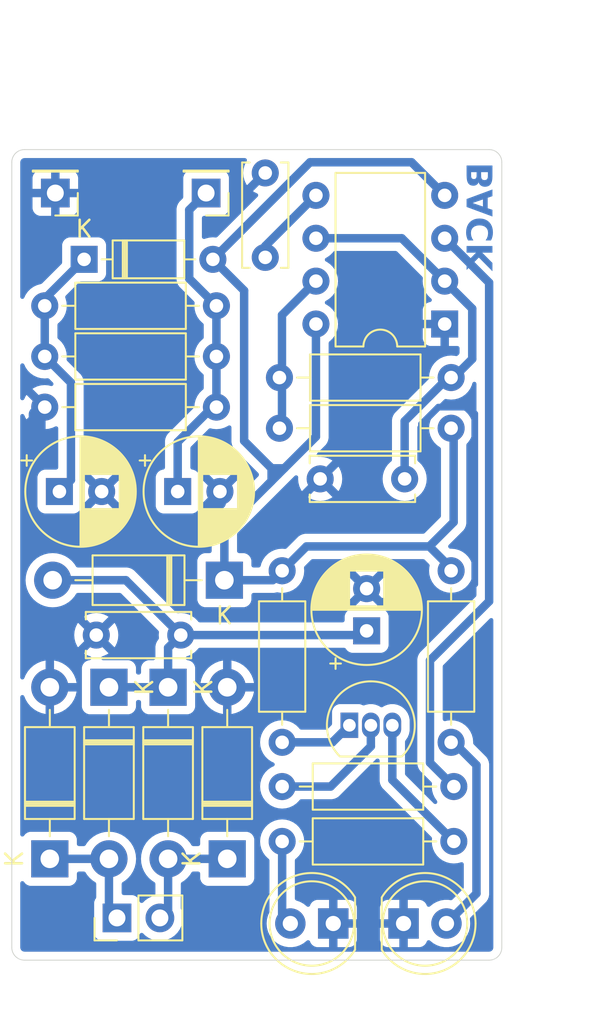
<source format=kicad_pcb>
(kicad_pcb (version 20240108) (generator "pcbnew") (generator_version "8.0")
  (layers (0 "F.Cu" signal) (31 "B.Cu" signal) (34 "B.Paste" user) (35 "F.Paste" user) (36 "B.SilkS" user "B.Silkscreen") (37 "F.SilkS" user "F.Silkscreen") (38 "B.Mask" user) (39 "F.Mask" user) (44 "Edge.Cuts" user))
  (net 0 "")
  (net 1 "GND")
  (net 2 "Net-(D1-K)")
  (net 3 "VCCQ")
  (net 4 "VCC")
  (net 5 "Net-(D2-A)")
  (net 6 "Net-(D4-K)")
  (net 7 "BCE")
  (net 8 "Net-(Q1-E)")
  (net 9 "Net-(Q1-C)")
  (net 10 "DC_OUT")
  (net 11 "Net-(D7-A)")
  (net 12 "Net-(D8-A)")
  (net 13 "DIS")
  (net 14 "TR")
  (net 15 "Net-(U1-Q)")
  (net 16 "Net-(U1-CV)")
  (footprint "Capacitor_THT:CP_Radial_D6.3mm_P2.50mm" (layer "F.Cu") (at 170.81762 62)
    (property "Reference" "C2" (hide yes))
    (property "Value" "1uF/50V")
    (pad "1" thru_hole rect (at 0 0) (size 1.6 1.6) (drill 0.8) (layers "*.Cu" "*.Mask") (net 10 "DC_OUT"))
    (pad "2" thru_hole circle (at 2.5 0) (size 1.6 1.6) (drill 0.8) (layers "*.Cu" "*.Mask") (net 1 "GND"))
  )
  (footprint "Resistor_THT:R_Axial_DIN0207_L6.3mm_D2.5mm_P10.16mm_Horizontal" (layer "F.Cu") (at 176.84 58.25)
    (property "Reference" "R9" (hide yes))
    (property "Value" "1.1M")
    (pad "1" thru_hole circle (at 0 0) (size 1.6 1.6) (drill 0.8) (layers "*.Cu" "*.Mask") (net 13 "DIS"))
    (pad "2" thru_hole oval (at 10.16 0) (size 1.6 1.6) (drill 0.8) (layers "*.Cu" "*.Mask") (net 4 "VCC"))
  )
  (footprint "Connector_PinHeader_2.54mm:PinHeader_1x01_P2.54mm_Vertical" (layer "F.Cu") (at 163.576 44.323 180)
    (property "Reference" "J4" (hide yes))
    (property "Value" "DC")
    (pad "1" thru_hole rect (at 0 0 180) (size 1.7 1.7) (drill 1) (layers "*.Cu" "*.Mask") (net 1 "GND"))
  )
  (footprint "Resistor_THT:R_Axial_DIN0207_L6.3mm_D2.5mm_P10.16mm_Horizontal" (layer "F.Cu") (at 187 66.69 -90)
    (property "Reference" "R5" (hide yes))
    (property "Value" "470R")
    (pad "1" thru_hole circle (at 0 0 270) (size 1.6 1.6) (drill 0.8) (layers "*.Cu" "*.Mask") (net 4 "VCC"))
    (pad "2" thru_hole oval (at 10.16 0 270) (size 1.6 1.6) (drill 0.8) (layers "*.Cu" "*.Mask") (net 12 "Net-(D8-A)"))
  )
  (footprint "Capacitor_THT:C_Disc_D6.0mm_W2.5mm_P5.00mm" (layer "F.Cu") (at 176 48.133 90)
    (property "Reference" "C6" (hide yes))
    (property "Value" "10nF")
    (pad "1" thru_hole circle (at 0 0 90) (size 1.6 1.6) (drill 0.8) (layers "*.Cu" "*.Mask") (net 16 "Net-(U1-CV)"))
    (pad "2" thru_hole circle (at 5 0 90) (size 1.6 1.6) (drill 0.8) (layers "*.Cu" "*.Mask") (net 1 "GND"))
  )
  (footprint "Resistor_THT:R_Axial_DIN0207_L6.3mm_D2.5mm_P10.16mm_Horizontal" (layer "F.Cu") (at 162.95 57)
    (property "Reference" "R3" (hide yes))
    (property "Value" "2.7k")
    (pad "1" thru_hole circle (at 0 0) (size 1.6 1.6) (drill 0.8) (layers "*.Cu" "*.Mask") (net 1 "GND"))
    (pad "2" thru_hole oval (at 10.16 0) (size 1.6 1.6) (drill 0.8) (layers "*.Cu" "*.Mask") (net 10 "DC_OUT"))
  )
  (footprint "Capacitor_THT:C_Disc_D6.0mm_W2.5mm_P5.00mm" (layer "F.Cu") (at 166 70.5)
    (property "Reference" "C4" (hide yes))
    (property "Value" "100pF")
    (pad "1" thru_hole circle (at 0 0) (size 1.6 1.6) (drill 0.8) (layers "*.Cu" "*.Mask") (net 1 "GND"))
    (pad "2" thru_hole circle (at 5 0) (size 1.6 1.6) (drill 0.8) (layers "*.Cu" "*.Mask") (net 3 "VCCQ"))
  )
  (footprint "Resistor_THT:R_Axial_DIN0207_L6.3mm_D2.5mm_P10.16mm_Horizontal" (layer "F.Cu") (at 162.95 51)
    (property "Reference" "R2" (hide yes))
    (property "Value" "15k")
    (pad "1" thru_hole circle (at 0 0) (size 1.6 1.6) (drill 0.8) (layers "*.Cu" "*.Mask") (net 2 "Net-(D1-K)"))
    (pad "2" thru_hole oval (at 10.16 0) (size 1.6 1.6) (drill 0.8) (layers "*.Cu" "*.Mask") (net 10 "DC_OUT"))
  )
  (footprint "Package_DIP:DIP-8_W7.62mm" (layer "F.Cu") (at 186.62 52.08 180)
    (property "Reference" "U1" (hide yes))
    (property "Value" "NE555P")
    (pad "1" thru_hole rect (at 0 0 180) (size 1.6 1.6) (drill 0.8) (layers "*.Cu" "*.Mask") (net 1 "GND"))
    (pad "2" thru_hole oval (at 0 2.54 180) (size 1.6 1.6) (drill 0.8) (layers "*.Cu" "*.Mask") (net 14 "TR"))
    (pad "3" thru_hole oval (at 0 5.08 180) (size 1.6 1.6) (drill 0.8) (layers "*.Cu" "*.Mask") (net 15 "Net-(U1-Q)"))
    (pad "4" thru_hole oval (at 0 7.62 180) (size 1.6 1.6) (drill 0.8) (layers "*.Cu" "*.Mask") (net 4 "VCC"))
    (pad "5" thru_hole oval (at 7.62 7.62 180) (size 1.6 1.6) (drill 0.8) (layers "*.Cu" "*.Mask") (net 16 "Net-(U1-CV)"))
    (pad "6" thru_hole oval (at 7.62 5.08 180) (size 1.6 1.6) (drill 0.8) (layers "*.Cu" "*.Mask") (net 14 "TR"))
    (pad "7" thru_hole oval (at 7.62 2.54 180) (size 1.6 1.6) (drill 0.8) (layers "*.Cu" "*.Mask") (net 13 "DIS"))
    (pad "8" thru_hole oval (at 7.62 0 180) (size 1.6 1.6) (drill 0.8) (layers "*.Cu" "*.Mask") (net 4 "VCC"))
  )
  (footprint "Diode_THT:D_DO-41_SOD81_P10.16mm_Horizontal" (layer "F.Cu") (at 166.75 73.59 -90)
    (property "Reference" "D2" (hide yes))
    (property "Value" "1N4007")
    (fp_text user "K" (at 0 -2.1 90) (layer "F.SilkS"))
    (pad "1" thru_hole rect (at 0 0 270) (size 2.2 2.2) (drill 1.1) (layers "*.Cu" "*.Mask") (net 3 "VCCQ"))
    (pad "2" thru_hole oval (at 10.16 0 270) (size 2.2 2.2) (drill 1.1) (layers "*.Cu" "*.Mask") (net 5 "Net-(D2-A)"))
  )
  (footprint "Resistor_THT:R_Axial_DIN0207_L6.3mm_D2.5mm_P10.16mm_Horizontal" (layer "F.Cu") (at 177 82.72)
    (property "Reference" "R4" (hide yes))
    (property "Value" "220R")
    (pad "1" thru_hole circle (at 0 0) (size 1.6 1.6) (drill 0.8) (layers "*.Cu" "*.Mask") (net 11 "Net-(D7-A)"))
    (pad "2" thru_hole oval (at 10.16 0) (size 1.6 1.6) (drill 0.8) (layers "*.Cu" "*.Mask") (net 8 "Net-(Q1-E)"))
  )
  (footprint "LED_THT:LED_D5.0mm_Clear" (layer "F.Cu") (at 180.025 87.58 180)
    (property "Reference" "D7" (hide yes))
    (property "Value" "LED")
    (pad "1" thru_hole rect (at 0 0 180) (size 1.8 1.8) (drill 0.9) (layers "*.Cu" "*.Mask") (net 1 "GND"))
    (pad "2" thru_hole circle (at 2.54 0 180) (size 1.8 1.8) (drill 0.9) (layers "*.Cu" "*.Mask") (net 11 "Net-(D7-A)"))
  )
  (footprint "Diode_THT:D_DO-41_SOD81_P10.16mm_Horizontal" (layer "F.Cu") (at 173.58 67.25 180)
    (property "Reference" "D6" (hide yes))
    (property "Value" "1N4007")
    (fp_text user "K" (at 0 -2.1 0) (layer "F.SilkS"))
    (pad "1" thru_hole rect (at 0 0 180) (size 2.2 2.2) (drill 1.1) (layers "*.Cu" "*.Mask") (net 4 "VCC"))
    (pad "2" thru_hole oval (at 10.16 0 180) (size 2.2 2.2) (drill 1.1) (layers "*.Cu" "*.Mask") (net 3 "VCCQ"))
  )
  (footprint "Capacitor_THT:CP_Radial_D6.3mm_P2.50mm" (layer "F.Cu") (at 163.81762 62)
    (property "Reference" "C1" (hide yes))
    (property "Value" "10uF/50V")
    (pad "1" thru_hole rect (at 0 0) (size 1.6 1.6) (drill 0.8) (layers "*.Cu" "*.Mask") (net 2 "Net-(D1-K)"))
    (pad "2" thru_hole circle (at 2.5 0) (size 1.6 1.6) (drill 0.8) (layers "*.Cu" "*.Mask") (net 1 "GND"))
  )
  (footprint "Capacitor_THT:CP_Radial_D6.3mm_P2.50mm" (layer "F.Cu") (at 182 70.25 90)
    (property "Reference" "C3" (hide yes))
    (property "Value" "100uF/16V")
    (pad "1" thru_hole rect (at 0 0 90) (size 1.6 1.6) (drill 0.8) (layers "*.Cu" "*.Mask") (net 3 "VCCQ"))
    (pad "2" thru_hole circle (at 2.5 0 90) (size 1.6 1.6) (drill 0.8) (layers "*.Cu" "*.Mask") (net 1 "GND"))
  )
  (footprint "Diode_THT:D_DO-41_SOD81_P10.16mm_Horizontal" (layer "F.Cu") (at 170.25 73.59 -90)
    (property "Reference" "D5" (hide yes))
    (property "Value" "1N4007")
    (fp_text user "K" (at 0 -2.1 90) (layer "F.SilkS"))
    (pad "1" thru_hole rect (at 0 0 270) (size 2.2 2.2) (drill 1.1) (layers "*.Cu" "*.Mask") (net 3 "VCCQ"))
    (pad "2" thru_hole oval (at 10.16 0 270) (size 2.2 2.2) (drill 1.1) (layers "*.Cu" "*.Mask") (net 6 "Net-(D4-K)"))
  )
  (footprint "Resistor_THT:R_Axial_DIN0207_L6.3mm_D2.5mm_P10.16mm_Horizontal" (layer "F.Cu") (at 177 76.85 90)
    (property "Reference" "R6" (hide yes))
    (property "Value" "150R")
    (pad "1" thru_hole circle (at 0 0 90) (size 1.6 1.6) (drill 0.8) (layers "*.Cu" "*.Mask") (net 9 "Net-(Q1-C)"))
    (pad "2" thru_hole oval (at 10.16 0 90) (size 1.6 1.6) (drill 0.8) (layers "*.Cu" "*.Mask") (net 4 "VCC"))
  )
  (footprint "Capacitor_THT:C_Disc_D6.0mm_W2.5mm_P5.00mm" (layer "F.Cu") (at 184.25 61.25 180)
    (property "Reference" "C5" (hide yes))
    (property "Value" "100nF")
    (pad "1" thru_hole circle (at 0 0 180) (size 1.6 1.6) (drill 0.8) (layers "*.Cu" "*.Mask") (net 14 "TR"))
    (pad "2" thru_hole circle (at 5 0 180) (size 1.6 1.6) (drill 0.8) (layers "*.Cu" "*.Mask") (net 1 "GND"))
  )
  (footprint "Connector_PinHeader_2.54mm:PinHeader_1x01_P2.54mm_Vertical" (layer "F.Cu") (at 172.5 44.323 180)
    (property "Reference" "J3" (hide yes))
    (property "Value" "DC")
    (pad "1" thru_hole rect (at 0 0 180) (size 1.7 1.7) (drill 1) (layers "*.Cu" "*.Mask") (net 10 "DC_OUT"))
  )
  (footprint "Resistor_THT:R_Axial_DIN0207_L6.3mm_D2.5mm_P10.16mm_Horizontal" (layer "F.Cu") (at 187.16 79.47 180)
    (property "Reference" "R8" (hide yes))
    (property "Value" "1.5k")
    (pad "1" thru_hole circle (at 0 0 180) (size 1.6 1.6) (drill 0.8) (layers "*.Cu" "*.Mask") (net 15 "Net-(U1-Q)"))
    (pad "2" thru_hole oval (at 10.16 0 180) (size 1.6 1.6) (drill 0.8) (layers "*.Cu" "*.Mask") (net 7 "BCE"))
  )
  (footprint "LED_THT:LED_D5.0mm_Clear" (layer "F.Cu") (at 184.185 87.58)
    (property "Reference" "D8" (hide yes))
    (property "Value" "LED")
    (pad "1" thru_hole rect (at 0 0) (size 1.8 1.8) (drill 0.9) (layers "*.Cu" "*.Mask") (net 1 "GND"))
    (pad "2" thru_hole circle (at 2.54 0) (size 1.8 1.8) (drill 0.9) (layers "*.Cu" "*.Mask") (net 12 "Net-(D8-A)"))
  )
  (footprint "Diode_THT:D_DO-41_SOD81_P10.16mm_Horizontal" (layer "F.Cu") (at 163.25 83.75 90)
    (property "Reference" "D3" (hide yes))
    (property "Value" "1N4007")
    (fp_text user "K" (at 0 -2.1 90) (layer "F.SilkS"))
    (pad "1" thru_hole rect (at 0 0 90) (size 2.2 2.2) (drill 1.1) (layers "*.Cu" "*.Mask") (net 5 "Net-(D2-A)"))
    (pad "2" thru_hole oval (at 10.16 0 90) (size 2.2 2.2) (drill 1.1) (layers "*.Cu" "*.Mask") (net 1 "GND"))
  )
  (footprint "Connector_PinHeader_2.54mm:PinHeader_1x02_P2.54mm_Vertical" (layer "F.Cu") (at 167.225 87.25 90)
    (property "Reference" "J1" (hide yes))
    (property "Value" "Conn_01x02_Pin")
    (pad "1" thru_hole rect (at 0 0 90) (size 1.7 1.7) (drill 1) (layers "*.Cu" "*.Mask") (net 5 "Net-(D2-A)"))
    (pad "2" thru_hole oval (at 0 2.54 90) (size 1.7 1.7) (drill 1) (layers "*.Cu" "*.Mask") (net 6 "Net-(D4-K)"))
  )
  (footprint "Package_TO_SOT_THT:TO-92_Inline" (layer "F.Cu") (at 180.98 75.84)
    (property "Reference" "Q1" (hide yes))
    (property "Value" "BC547")
    (pad "1" thru_hole rect (at 0 0) (size 1.05 1.5) (drill 0.75) (layers "*.Cu" "*.Mask") (net 9 "Net-(Q1-C)"))
    (pad "2" thru_hole oval (at 1.27 0) (size 1.05 1.5) (drill 0.75) (layers "*.Cu" "*.Mask") (net 7 "BCE"))
    (pad "3" thru_hole oval (at 2.54 0) (size 1.05 1.5) (drill 0.75) (layers "*.Cu" "*.Mask") (net 8 "Net-(Q1-E)"))
  )
  (footprint "Diode_THT:D_DO-41_SOD81_P10.16mm_Horizontal" (layer "F.Cu") (at 173.75 83.75 90)
    (property "Reference" "D4" (hide yes))
    (property "Value" "1N4007")
    (fp_text user "K" (at 0 -2.1 90) (layer "F.SilkS"))
    (pad "1" thru_hole rect (at 0 0 90) (size 2.2 2.2) (drill 1.1) (layers "*.Cu" "*.Mask") (net 6 "Net-(D4-K)"))
    (pad "2" thru_hole oval (at 10.16 0 90) (size 2.2 2.2) (drill 1.1) (layers "*.Cu" "*.Mask") (net 1 "GND"))
  )
  (footprint "Resistor_THT:R_Axial_DIN0207_L6.3mm_D2.5mm_P10.16mm_Horizontal" (layer "F.Cu") (at 176.84 55.25)
    (property "Reference" "R7" (hide yes))
    (property "Value" "680k")
    (pad "1" thru_hole circle (at 0 0) (size 1.6 1.6) (drill 0.8) (layers "*.Cu" "*.Mask") (net 13 "DIS"))
    (pad "2" thru_hole oval (at 10.16 0) (size 1.6 1.6) (drill 0.8) (layers "*.Cu" "*.Mask") (net 14 "TR"))
  )
  (footprint "Diode_THT:D_DO-35_SOD27_P7.62mm_Horizontal" (layer "F.Cu") (at 165.28 48.25)
    (property "Reference" "D1" (hide yes))
    (property "Value" "1N4148")
    (fp_text user "K" (at 0 -1.8 0) (layer "F.SilkS"))
    (pad "1" thru_hole rect (at 0 0) (size 1.6 1.6) (drill 0.8) (layers "*.Cu" "*.Mask") (net 2 "Net-(D1-K)"))
    (pad "2" thru_hole oval (at 7.62 0) (size 1.6 1.6) (drill 0.8) (layers "*.Cu" "*.Mask") (net 4 "VCC"))
  )
  (footprint "Resistor_THT:R_Axial_DIN0207_L6.3mm_D2.5mm_P10.16mm_Horizontal" (layer "F.Cu") (at 162.95 54)
    (property "Reference" "R1" (hide yes))
    (property "Value" "22k")
    (pad "1" thru_hole circle (at 0 0) (size 1.6 1.6) (drill 0.8) (layers "*.Cu" "*.Mask") (net 2 "Net-(D1-K)"))
    (pad "2" thru_hole oval (at 10.16 0) (size 1.6 1.6) (drill 0.8) (layers "*.Cu" "*.Mask") (net 10 "DC_OUT"))
  )
  (gr_arc (start 161 42.5) (mid 161.21967 41.96967) (end 161.75 41.75) (stroke (width 0.05)) (layer "Edge.Cuts"))
  (gr_line (start 161 42.5) (end 161 89) (stroke (width 0.05)) (layer "Edge.Cuts"))
  (gr_line (start 161.75 41.75) (end 189.25 41.75) (stroke (width 0.05)) (layer "Edge.Cuts"))
  (gr_line (start 190 89) (end 190 42.5) (stroke (width 0.05)) (layer "Edge.Cuts"))
  (gr_line (start 161.75 89.75) (end 189.25 89.75) (stroke (width 0.05)) (layer "Edge.Cuts"))
  (gr_arc (start 190 89) (mid 189.78033 89.53033) (end 189.25 89.75) (stroke (width 0.05)) (layer "Edge.Cuts"))
  (gr_arc (start 161.75 89.75) (mid 161.21967 89.53033) (end 161 89) (stroke (width 0.05)) (layer "Edge.Cuts"))
  (gr_arc (start 189.25 41.75) (mid 189.78033 41.96967) (end 190 42.5) (stroke (width 0.05)) (layer "Edge.Cuts"))
  (gr_text "BACK" (at 189.7 42.5 90) (layer "B.Cu") (effects (font (size 1.5 1.5) (thickness 0.3) (bold yes)) (justify left bottom mirror)))
  (segment (start 188.4 57.4) (end 188 57) (width 0.4) (layer "B.Cu") (net 1))
  (segment (start 185.25 58) (end 185.25 59) (width 0.4) (layer "B.Cu") (net 1))
  (segment (start 182.75 68.5) (end 187.375 68.5) (width 0.4) (layer "B.Cu") (net 1))
  (segment (start 162.5 57.45) (end 162.5 59.75) (width 1) (layer "B.Cu") (net 1))
  (segment (start 173.31762 62.68238) (end 172.5 63.5) (width 0.7) (layer "B.Cu") (net 1))
  (segment (start 162.95 57) (end 162.5 57.45) (width 1) (layer "B.Cu") (net 1))
  (segment (start 188 57) (end 186.25 57) (width 0.4) (layer "B.Cu") (net 1))
  (segment (start 186.25 57) (end 185.25 58) (width 0.4) (layer "B.Cu") (net 1))
  (segment (start 182 67.75) (end 182.75 68.5) (width 0.4) (layer "B.Cu") (net 1))
  (segment (start 187.375 68.5) (end 188.4 67.475) (width 0.4) (layer "B.Cu") (net 1))
  (segment (start 173.31762 62) (end 173.31762 62.68238) (width 0.7) (layer "B.Cu") (net 1))
  (segment (start 188.4 67.475) (end 188.4 57.4) (width 0.4) (layer "B.Cu") (net 1))
  (segment (start 164.5 55.55) (end 164.5 61.31762) (width 0.5) (layer "B.Cu") (net 2))
  (segment (start 164.5 61.31762) (end 163.81762 62) (width 0.5) (layer "B.Cu") (net 2))
  (segment (start 165.28 48.25) (end 162.95 50.58) (width 0.5) (layer "B.Cu") (net 2))
  (segment (start 162.95 54) (end 164.5 55.55) (width 0.5) (layer "B.Cu") (net 2))
  (segment (start 162.95 50.58) (end 162.95 54) (width 0.5) (layer "B.Cu") (net 2))
  (segment (start 170.25 73.59) (end 170.25 71.25) (width 0.5) (layer "B.Cu") (net 3))
  (segment (start 170.25 71.25) (end 171 70.5) (width 0.5) (layer "B.Cu") (net 3))
  (segment (start 166.75 73.59) (end 170.25 73.59) (width 0.5) (layer "B.Cu") (net 3))
  (segment (start 167.75 67.25) (end 171 70.5) (width 0.5) (layer "B.Cu") (net 3))
  (segment (start 171 70.5) (end 181.75 70.5) (width 0.5) (layer "B.Cu") (net 3))
  (segment (start 181.75 70.5) (end 182 70.25) (width 0.5) (layer "B.Cu") (net 3))
  (segment (start 163.42 67.25) (end 167.75 67.25) (width 0.5) (layer "B.Cu") (net 3))
  (segment (start 186.62 44.46) (end 184.66 42.5) (width 0.5) (layer "B.Cu") (net 4))
  (segment (start 176.75 61) (end 176.125 61.625) (width 0.5) (layer "B.Cu") (net 4))
  (segment (start 173.58 64.17) (end 173.58 67.25) (width 0.5) (layer "B.Cu") (net 4))
  (segment (start 179 52.08) (end 179 58.75) (width 0.5) (layer "B.Cu") (net 4))
  (segment (start 185.71 65.25) (end 187.15 66.69) (width 0.5) (layer "B.Cu") (net 4))
  (segment (start 187.15 58.25) (end 187.15 63.81) (width 0.5) (layer "B.Cu") (net 4))
  (segment (start 177 67.25) (end 177.5 66.75) (width 0.5) (layer "B.Cu") (net 4))
  (segment (start 176.125 61.625) (end 173.58 64.17) (width 0.5) (layer "B.Cu") (net 4))
  (segment (start 187.15 63.81) (end 185.71 65.25) (width 0.5) (layer "B.Cu") (net 4))
  (segment (start 176.375 61.375) (end 176.375 60.625) (width 0.5) (layer "B.Cu") (net 4))
  (segment (start 176.125 61.625) (end 176.375 61.375) (width 0.5) (layer "B.Cu") (net 4))
  (segment (start 177.125 60.625) (end 176.75 61) (width 0.5) (layer "B.Cu") (net 4))
  (segment (start 173.58 67.25) (end 176.44 67.25) (width 0.5) (layer "B.Cu") (net 4))
  (segment (start 176.25 60.5) (end 176.375 60.625) (width 0.5) (layer "B.Cu") (net 4))
  (segment (start 179 58.75) (end 177.125 60.625) (width 0.5) (layer "B.Cu") (net 4))
  (segment (start 172.9 48.25) (end 174.75 50.1) (width 0.5) (layer "B.Cu") (net 4))
  (segment (start 178.65 42.5) (end 172.9 48.25) (width 0.5) (layer "B.Cu") (net 4))
  (segment (start 176.44 67.25) (end 177 66.69) (width 0.5) (layer "B.Cu") (net 4))
  (segment (start 174.75 50.1) (end 174.75 59) (width 0.5) (layer "B.Cu") (net 4))
  (segment (start 176.25 60.5) (end 176.75 61) (width 0.5) (layer "B.Cu") (net 4))
  (segment (start 177 66.69) (end 178.44 65.25) (width 0.5) (layer "B.Cu") (net 4))
  (segment (start 176.375 60.625) (end 177.125 60.625) (width 0.5) (layer "B.Cu") (net 4))
  (segment (start 184.66 42.5) (end 178.65 42.5) (width 0.5) (layer "B.Cu") (net 4))
  (segment (start 174.75 59) (end 176.25 60.5) (width 0.5) (layer "B.Cu") (net 4))
  (segment (start 178.44 65.25) (end 185.71 65.25) (width 0.5) (layer "B.Cu") (net 4))
  (segment (start 166.75 83.75) (end 163.25 83.75) (width 0.5) (layer "B.Cu") (net 5))
  (segment (start 166.75 86.775) (end 167.225 87.25) (width 0.5) (layer "B.Cu") (net 5))
  (segment (start 166.75 83.75) (end 166.75 86.775) (width 0.5) (layer "B.Cu") (net 5))
  (segment (start 170.25 83.75) (end 170.25 86.765) (width 0.5) (layer "B.Cu") (net 6))
  (segment (start 170.25 83.75) (end 173.75 83.75) (width 0.5) (layer "B.Cu") (net 6))
  (segment (start 170.25 86.765) (end 169.765 87.25) (width 0.5) (layer "B.Cu") (net 6))
  (segment (start 182.25 77.09) (end 179.87 79.47) (width 0.5) (layer "B.Cu") (net 7))
  (segment (start 182.25 75.84) (end 182.25 77.09) (width 0.5) (layer "B.Cu") (net 7))
  (segment (start 179.87 79.47) (end 177 79.47) (width 0.5) (layer "B.Cu") (net 7))
  (segment (start 183.52 75.84) (end 183.52 79.08) (width 0.5) (layer "B.Cu") (net 8))
  (segment (start 183.52 79.08) (end 187.16 82.72) (width 0.5) (layer "B.Cu") (net 8))
  (segment (start 177 76.85) (end 179.97 76.85) (width 0.5) (layer "B.Cu") (net 9))
  (segment (start 179.97 76.85) (end 180.98 75.84) (width 0.5) (layer "B.Cu") (net 9))
  (segment (start 171.5 45.323) (end 172.5 44.323) (width 0.5) (layer "B.Cu") (net 10))
  (segment (start 173.11 51.2) (end 173.11 56.8) (width 0.5) (layer "B.Cu") (net 10))
  (segment (start 173.11 51) (end 171.5 49.39) (width 0.5) (layer "B.Cu") (net 10))
  (segment (start 170.81762 62) (end 170.81762 59.06238) (width 0.5) (layer "B.Cu") (net 10))
  (segment (start 173 43.823) (end 173 43.75) (width 0.5) (layer "B.Cu") (net 10))
  (segment (start 171.5 49.39) (end 171.5 45.323) (width 0.5) (layer "B.Cu") (net 10))
  (segment (start 173.11 56.8) (end 172.91 57) (width 0.5) (layer "B.Cu") (net 10))
  (segment (start 170.81762 59.06238) (end 172.88 57) (width 0.5) (layer "B.Cu") (net 10))
  (segment (start 172.91 51) (end 173.11 51.2) (width 0.5) (layer "B.Cu") (net 10))
  (segment (start 177.485 87.58) (end 177.71 87.58) (width 0.5) (layer "B.Cu") (net 11))
  (segment (start 177 87.095) (end 177.485 87.58) (width 0.5) (layer "B.Cu") (net 11))
  (segment (start 177 82.72) (end 177 87.095) (width 0.5) (layer "B.Cu") (net 11))
  (segment (start 186.725 87.58) (end 188.5 85.805) (width 0.5) (layer "B.Cu") (net 12))
  (segment (start 188.5 85.805) (end 188.5 78.2) (width 0.5) (layer "B.Cu") (net 12))
  (segment (start 188.5 78.2) (end 187.15 76.85) (width 0.5) (layer "B.Cu") (net 12))
  (segment (start 176.99 55.25) (end 176.99 51.55) (width 0.5) (layer "B.Cu") (net 13))
  (segment (start 176.99 58.25) (end 176.99 55.25) (width 0.5) (layer "B.Cu") (net 13))
  (segment (start 176.99 51.55) (end 179 49.54) (width 0.5) (layer "B.Cu") (net 13))
  (segment (start 184.25 61.25) (end 184.25 57.83) (width 0.5) (layer "B.Cu") (net 14))
  (segment (start 187.15 55.25) (end 188.25 54.15) (width 0.5) (layer "B.Cu") (net 14))
  (segment (start 188.25 51.17) (end 186.62 49.54) (width 0.5) (layer "B.Cu") (net 14))
  (segment (start 188.25 54.15) (end 188.25 51.17) (width 0.5) (layer "B.Cu") (net 14))
  (segment (start 186.83 55.25) (end 187.15 55.25) (width 0.5) (layer "B.Cu") (net 14))
  (segment (start 184.08 47) (end 186.62 49.54) (width 0.5) (layer "B.Cu") (net 14))
  (segment (start 184.25 57.83) (end 186.83 55.25) (width 0.5) (layer "B.Cu") (net 14))
  (segment (start 179 47) (end 184.08 47) (width 0.5) (layer "B.Cu") (net 14))
  (segment (start 189.25 68.5) (end 189.25 49.63) (width 0.5) (layer "B.Cu") (net 15))
  (segment (start 185.75 78.06) (end 185.75 72) (width 0.5) (layer "B.Cu") (net 15))
  (segment (start 185.75 72) (end 189.25 68.5) (width 0.5) (layer "B.Cu") (net 15))
  (segment (start 187.16 79.47) (end 185.75 78.06) (width 0.5) (layer "B.Cu") (net 15))
  (segment (start 189.25 49.63) (end 186.62 47) (width 0.5) (layer "B.Cu") (net 15))
  (segment (start 176 48.133) (end 176 47.46) (width 0.5) (layer "B.Cu") (net 16))
  (segment (start 176 47.46) (end 179 44.46) (width 0.5) (layer "B.Cu") (net 16))
  (zone (net 1) (net_name "GND") (layer "B.Cu") (connect_pads (clearance 0.5)) (min_thickness 0.25) (fill yes (thermal_gap 0.5) (thermal_bridge_width 0.5))
    (polygon (pts (xy 190 41.75) (xy 161 41.75) (xy 161 89.75) (xy 190 89.75)))
  )
)
</source>
